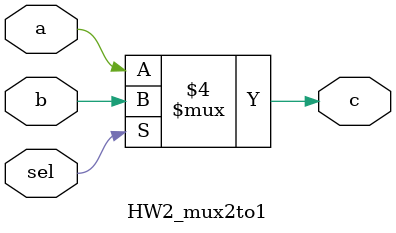
<source format=v>
module HW2_mux2to1 (a, b, sel, c);
    input a, b, sel;
    output c;

    reg c;
    always @(a or b or sel) begin   // Behavior Level Design
        if(sel == 1)
            c = b;
        else
            c = a;
    end

endmodule
</source>
